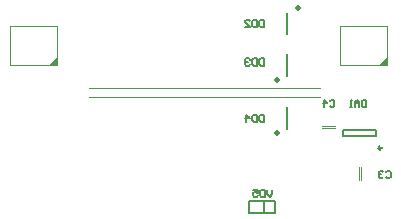
<source format=gbo>
G04*
G04 #@! TF.GenerationSoftware,Altium Limited,Altium Designer,20.1.8 (145)*
G04*
G04 Layer_Color=32896*
%FSLAX43Y43*%
%MOMM*%
G71*
G04*
G04 #@! TF.SameCoordinates,9309D788-A49E-47DC-A76E-BEEF67F4AFBA*
G04*
G04*
G04 #@! TF.FilePolarity,Positive*
G04*
G01*
G75*
%ADD11C,0.250*%
%ADD12C,0.100*%
%ADD13C,0.200*%
%ADD14C,0.150*%
%ADD53C,0.500*%
G36*
X35496Y39869D02*
X35494Y39867D01*
X34794D01*
X35467Y40540D01*
X35496D01*
Y39869D01*
D02*
G37*
G36*
X63448D02*
X63446Y39867D01*
X62746D01*
X63419Y40540D01*
X63448D01*
Y39869D01*
D02*
G37*
D11*
X62971Y32835D02*
G03*
X62971Y32835I-125J0D01*
G01*
D12*
X61108Y30168D02*
Y31268D01*
X61258Y30168D02*
Y31268D01*
X57950Y34700D02*
X59050D01*
X57950Y34550D02*
X59050D01*
X59493Y43167D02*
X63446Y43168D01*
Y39842D02*
Y43168D01*
X59493Y39842D02*
Y43167D01*
Y39842D02*
X63446D01*
X31541Y43167D02*
X35494Y43168D01*
Y39842D02*
Y43168D01*
X31541Y39842D02*
Y43167D01*
Y39842D02*
X35494D01*
X38200Y37125D02*
X57775D01*
X38200Y37925D02*
X57775D01*
D13*
X53000Y27375D02*
Y28275D01*
X51750Y27375D02*
Y28375D01*
Y27375D02*
X53950D01*
Y28375D01*
X51750D02*
X53950D01*
X59746Y34385D02*
X62546D01*
X59746Y33885D02*
X62546D01*
X59746D02*
Y34385D01*
X62546Y33885D02*
Y34385D01*
X55000Y34475D02*
Y36275D01*
Y38975D02*
Y40775D01*
Y42475D02*
Y44275D01*
D14*
X53050Y35675D02*
Y35075D01*
X52750D01*
X52650Y35175D01*
Y35575D01*
X52750Y35675D01*
X53050D01*
X52450D02*
Y35075D01*
X52150D01*
X52050Y35175D01*
Y35575D01*
X52150Y35675D01*
X52450D01*
X51550Y35075D02*
Y35675D01*
X51850Y35375D01*
X51450D01*
X53050Y40425D02*
Y39825D01*
X52750D01*
X52650Y39925D01*
Y40325D01*
X52750Y40425D01*
X53050D01*
X52450D02*
Y39825D01*
X52150D01*
X52050Y39925D01*
Y40325D01*
X52150Y40425D01*
X52450D01*
X51850Y40325D02*
X51750Y40425D01*
X51550D01*
X51450Y40325D01*
Y40225D01*
X51550Y40125D01*
X51650D01*
X51550D01*
X51450Y40025D01*
Y39925D01*
X51550Y39825D01*
X51750D01*
X51850Y39925D01*
X53050Y43675D02*
Y43075D01*
X52750D01*
X52650Y43175D01*
Y43575D01*
X52750Y43675D01*
X53050D01*
X52450D02*
Y43075D01*
X52150D01*
X52050Y43175D01*
Y43575D01*
X52150Y43675D01*
X52450D01*
X51450Y43075D02*
X51850D01*
X51450Y43475D01*
Y43575D01*
X51550Y43675D01*
X51750D01*
X51850Y43575D01*
X58600Y36825D02*
X58700Y36925D01*
X58900D01*
X59000Y36825D01*
Y36425D01*
X58900Y36325D01*
X58700D01*
X58600Y36425D01*
X58100Y36325D02*
Y36925D01*
X58400Y36625D01*
X58000D01*
X63350Y30825D02*
X63450Y30925D01*
X63650D01*
X63750Y30825D01*
Y30425D01*
X63650Y30325D01*
X63450D01*
X63350Y30425D01*
X63150Y30825D02*
X63050Y30925D01*
X62850D01*
X62750Y30825D01*
Y30725D01*
X62850Y30625D01*
X62950D01*
X62850D01*
X62750Y30525D01*
Y30425D01*
X62850Y30325D01*
X63050D01*
X63150Y30425D01*
X61712Y36925D02*
Y36325D01*
X61412D01*
X61312Y36425D01*
Y36825D01*
X61412Y36925D01*
X61712D01*
X61112Y36325D02*
Y36725D01*
X60912Y36925D01*
X60712Y36725D01*
Y36325D01*
Y36625D01*
X61112D01*
X60512Y36325D02*
X60312D01*
X60412D01*
Y36925D01*
X60512Y36825D01*
X53700Y29325D02*
Y28925D01*
X53500Y28725D01*
X53300Y28925D01*
Y29325D01*
X53100D02*
Y28725D01*
X52800D01*
X52700Y28825D01*
Y29225D01*
X52800Y29325D01*
X53100D01*
X52100D02*
X52500D01*
Y29025D01*
X52300Y29125D01*
X52200D01*
X52100Y29025D01*
Y28825D01*
X52200Y28725D01*
X52400D01*
X52500Y28825D01*
D53*
X54100Y34075D02*
D03*
Y38575D02*
D03*
X55900Y44675D02*
D03*
M02*

</source>
